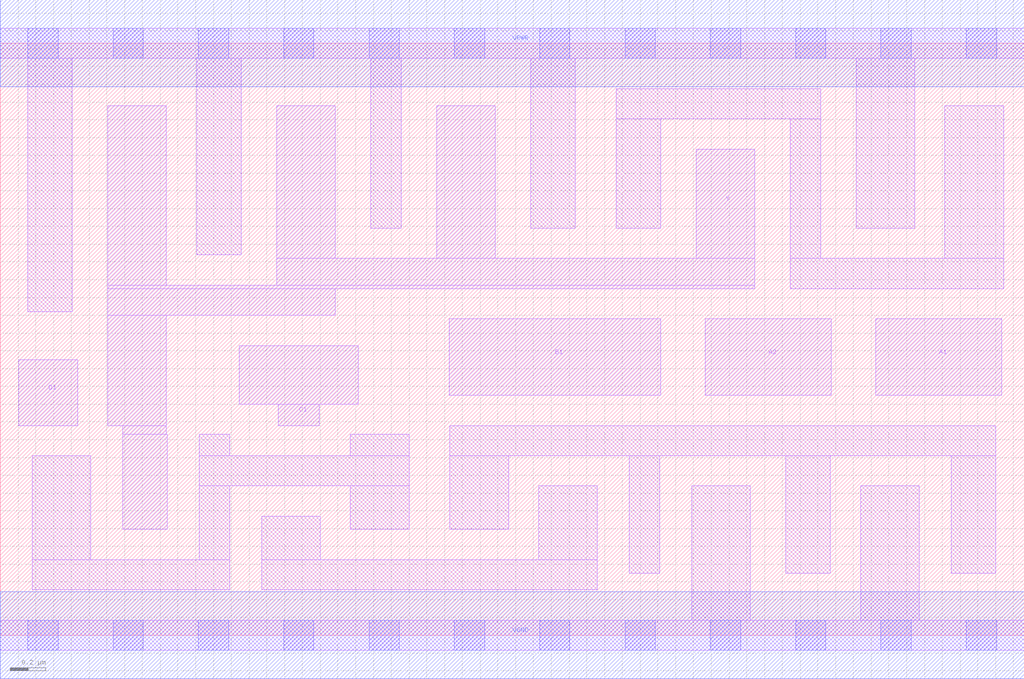
<source format=lef>
# Copyright 2020 The SkyWater PDK Authors
#
# Licensed under the Apache License, Version 2.0 (the "License");
# you may not use this file except in compliance with the License.
# You may obtain a copy of the License at
#
#     https://www.apache.org/licenses/LICENSE-2.0
#
# Unless required by applicable law or agreed to in writing, software
# distributed under the License is distributed on an "AS IS" BASIS,
# WITHOUT WARRANTIES OR CONDITIONS OF ANY KIND, either express or implied.
# See the License for the specific language governing permissions and
# limitations under the License.
#
# SPDX-License-Identifier: Apache-2.0

VERSION 5.5 ;
NAMESCASESENSITIVE ON ;
BUSBITCHARS "[]" ;
DIVIDERCHAR "/" ;
MACRO sky130_fd_sc_ls__o2111ai_2
  CLASS CORE ;
  SOURCE USER ;
  ORIGIN  0.000000  0.000000 ;
  SIZE  5.760000 BY  3.330000 ;
  SYMMETRY X Y ;
  SITE unit ;
  PIN A1
    ANTENNAGATEAREA  0.558000 ;
    DIRECTION INPUT ;
    USE SIGNAL ;
    PORT
      LAYER li1 ;
        RECT 4.925000 1.350000 5.635000 1.780000 ;
    END
  END A1
  PIN A2
    ANTENNAGATEAREA  0.558000 ;
    DIRECTION INPUT ;
    USE SIGNAL ;
    PORT
      LAYER li1 ;
        RECT 3.965000 1.350000 4.675000 1.780000 ;
    END
  END A2
  PIN B1
    ANTENNAGATEAREA  0.558000 ;
    DIRECTION INPUT ;
    USE SIGNAL ;
    PORT
      LAYER li1 ;
        RECT 2.525000 1.350000 3.715000 1.780000 ;
    END
  END B1
  PIN C1
    ANTENNAGATEAREA  0.558000 ;
    DIRECTION INPUT ;
    USE SIGNAL ;
    PORT
      LAYER li1 ;
        RECT 1.345000 1.300000 2.015000 1.630000 ;
        RECT 1.565000 1.180000 1.795000 1.300000 ;
    END
  END C1
  PIN D1
    ANTENNAGATEAREA  0.558000 ;
    DIRECTION INPUT ;
    USE SIGNAL ;
    PORT
      LAYER li1 ;
        RECT 0.105000 1.180000 0.435000 1.550000 ;
    END
  END D1
  PIN Y
    ANTENNADIFFAREA  1.551200 ;
    DIRECTION OUTPUT ;
    USE SIGNAL ;
    PORT
      LAYER li1 ;
        RECT 0.605000 1.180000 0.935000 1.800000 ;
        RECT 0.605000 1.800000 1.885000 1.950000 ;
        RECT 0.605000 1.950000 4.245000 1.970000 ;
        RECT 0.605000 1.970000 0.935000 2.980000 ;
        RECT 0.690000 0.595000 0.940000 1.130000 ;
        RECT 0.690000 1.130000 0.935000 1.180000 ;
        RECT 1.555000 1.970000 4.245000 2.120000 ;
        RECT 1.555000 2.120000 1.885000 2.980000 ;
        RECT 2.455000 2.120000 2.785000 2.980000 ;
        RECT 3.915000 2.120000 4.245000 2.735000 ;
    END
  END Y
  PIN VGND
    DIRECTION INOUT ;
    SHAPE ABUTMENT ;
    USE GROUND ;
    PORT
      LAYER met1 ;
        RECT 0.000000 -0.245000 5.760000 0.245000 ;
    END
  END VGND
  PIN VPWR
    DIRECTION INOUT ;
    SHAPE ABUTMENT ;
    USE POWER ;
    PORT
      LAYER met1 ;
        RECT 0.000000 3.085000 5.760000 3.575000 ;
    END
  END VPWR
  OBS
    LAYER li1 ;
      RECT 0.000000 -0.085000 5.760000 0.085000 ;
      RECT 0.000000  3.245000 5.760000 3.415000 ;
      RECT 0.155000  1.820000 0.405000 3.245000 ;
      RECT 0.180000  0.255000 1.290000 0.425000 ;
      RECT 0.180000  0.425000 0.510000 1.010000 ;
      RECT 1.105000  2.140000 1.355000 3.245000 ;
      RECT 1.120000  0.425000 1.290000 0.840000 ;
      RECT 1.120000  0.840000 2.300000 1.010000 ;
      RECT 1.120000  1.010000 1.290000 1.130000 ;
      RECT 1.470000  0.255000 3.360000 0.425000 ;
      RECT 1.470000  0.425000 1.800000 0.670000 ;
      RECT 1.970000  0.595000 2.300000 0.840000 ;
      RECT 1.970000  1.010000 2.300000 1.130000 ;
      RECT 2.085000  2.290000 2.255000 3.245000 ;
      RECT 2.530000  0.595000 2.860000 1.010000 ;
      RECT 2.530000  1.010000 5.600000 1.180000 ;
      RECT 2.985000  2.290000 3.235000 3.245000 ;
      RECT 3.030000  0.425000 3.360000 0.840000 ;
      RECT 3.465000  2.290000 3.715000 2.905000 ;
      RECT 3.465000  2.905000 4.615000 3.075000 ;
      RECT 3.540000  0.350000 3.710000 1.010000 ;
      RECT 3.890000  0.085000 4.220000 0.840000 ;
      RECT 4.420000  0.350000 4.670000 1.010000 ;
      RECT 4.445000  1.950000 5.645000 2.120000 ;
      RECT 4.445000  2.120000 4.615000 2.905000 ;
      RECT 4.815000  2.290000 5.145000 3.245000 ;
      RECT 4.840000  0.085000 5.170000 0.840000 ;
      RECT 5.315000  2.120000 5.645000 2.980000 ;
      RECT 5.350000  0.350000 5.600000 1.010000 ;
    LAYER mcon ;
      RECT 0.155000 -0.085000 0.325000 0.085000 ;
      RECT 0.155000  3.245000 0.325000 3.415000 ;
      RECT 0.635000 -0.085000 0.805000 0.085000 ;
      RECT 0.635000  3.245000 0.805000 3.415000 ;
      RECT 1.115000 -0.085000 1.285000 0.085000 ;
      RECT 1.115000  3.245000 1.285000 3.415000 ;
      RECT 1.595000 -0.085000 1.765000 0.085000 ;
      RECT 1.595000  3.245000 1.765000 3.415000 ;
      RECT 2.075000 -0.085000 2.245000 0.085000 ;
      RECT 2.075000  3.245000 2.245000 3.415000 ;
      RECT 2.555000 -0.085000 2.725000 0.085000 ;
      RECT 2.555000  3.245000 2.725000 3.415000 ;
      RECT 3.035000 -0.085000 3.205000 0.085000 ;
      RECT 3.035000  3.245000 3.205000 3.415000 ;
      RECT 3.515000 -0.085000 3.685000 0.085000 ;
      RECT 3.515000  3.245000 3.685000 3.415000 ;
      RECT 3.995000 -0.085000 4.165000 0.085000 ;
      RECT 3.995000  3.245000 4.165000 3.415000 ;
      RECT 4.475000 -0.085000 4.645000 0.085000 ;
      RECT 4.475000  3.245000 4.645000 3.415000 ;
      RECT 4.955000 -0.085000 5.125000 0.085000 ;
      RECT 4.955000  3.245000 5.125000 3.415000 ;
      RECT 5.435000 -0.085000 5.605000 0.085000 ;
      RECT 5.435000  3.245000 5.605000 3.415000 ;
  END
END sky130_fd_sc_ls__o2111ai_2

</source>
